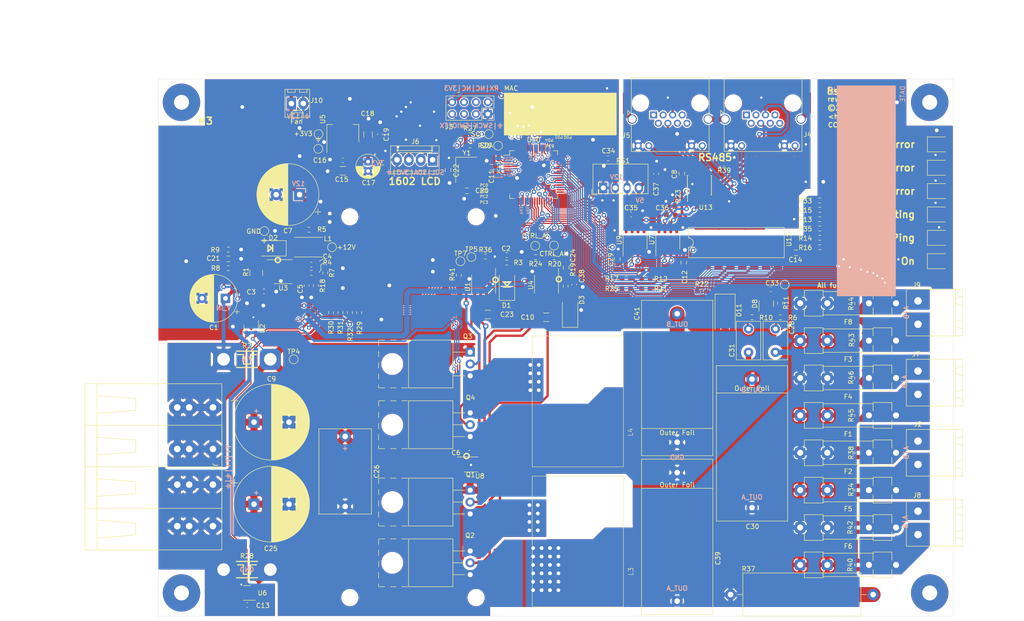
<source format=kicad_pcb>
(kicad_pcb (version 20230517) (generator pcbnew)

  (general
    (thickness 1.6)
  )

  (paper "A4")
  (layers
    (0 "F.Cu" signal)
    (31 "B.Cu" signal)
    (32 "B.Adhes" user "B.Adhesive")
    (33 "F.Adhes" user "F.Adhesive")
    (34 "B.Paste" user)
    (35 "F.Paste" user)
    (36 "B.SilkS" user "B.Silkscreen")
    (37 "F.SilkS" user "F.Silkscreen")
    (38 "B.Mask" user)
    (39 "F.Mask" user)
    (40 "Dwgs.User" user "User.Drawings")
    (41 "Cmts.User" user "User.Comments")
    (42 "Eco1.User" user "User.Eco1")
    (43 "Eco2.User" user "User.Eco2")
    (44 "Edge.Cuts" user)
    (45 "Margin" user)
    (46 "B.CrtYd" user "B.Courtyard")
    (47 "F.CrtYd" user "F.Courtyard")
    (48 "B.Fab" user)
    (49 "F.Fab" user)
  )

  (setup
    (stackup
      (layer "F.SilkS" (type "Top Silk Screen"))
      (layer "F.Paste" (type "Top Solder Paste"))
      (layer "F.Mask" (type "Top Solder Mask") (thickness 0.01))
      (layer "F.Cu" (type "copper") (thickness 0.035))
      (layer "dielectric 1" (type "core") (thickness 1.51) (material "FR4") (epsilon_r 4.5) (loss_tangent 0.02))
      (layer "B.Cu" (type "copper") (thickness 0.035))
      (layer "B.Mask" (type "Bottom Solder Mask") (thickness 0.01))
      (layer "B.Paste" (type "Bottom Solder Paste"))
      (layer "B.SilkS" (type "Bottom Silk Screen"))
      (copper_finish "None")
      (dielectric_constraints no)
    )
    (pad_to_mask_clearance 0.051)
    (solder_mask_min_width 0.25)
    (grid_origin 349.7 9.1)
    (pcbplotparams
      (layerselection 0x00011fc_ffffffff)
      (plot_on_all_layers_selection 0x0000000_00000000)
      (disableapertmacros false)
      (usegerberextensions false)
      (usegerberattributes false)
      (usegerberadvancedattributes false)
      (creategerberjobfile false)
      (dashed_line_dash_ratio 12.000000)
      (dashed_line_gap_ratio 3.000000)
      (svgprecision 4)
      (plotframeref false)
      (viasonmask false)
      (mode 1)
      (useauxorigin false)
      (hpglpennumber 1)
      (hpglpenspeed 20)
      (hpglpendiameter 15.000000)
      (pdf_front_fp_property_popups true)
      (pdf_back_fp_property_popups true)
      (dxfpolygonmode true)
      (dxfimperialunits true)
      (dxfusepcbnewfont true)
      (psnegative false)
      (psa4output false)
      (plotreference true)
      (plotvalue true)
      (plotinvisibletext false)
      (sketchpadsonfab false)
      (subtractmaskfromsilk false)
      (outputformat 1)
      (mirror false)
      (drillshape 0)
      (scaleselection 1)
      (outputdirectory "gerber")
    )
  )

  (net 0 "")
  (net 1 "GND")
  (net 2 "Net-(U10-PA3)")
  (net 3 "+3V3")
  (net 4 "/VIN_MON")
  (net 5 "Net-(D2-K)")
  (net 6 "Net-(U3-FB)")
  (net 7 "/OUT_A")
  (net 8 "/OUT_B")
  (net 9 "/VIN")
  (net 10 "/GND_MEAS")
  (net 11 "/DRV1")
  (net 12 "/DRV2")
  (net 13 "/DRV3")
  (net 14 "/DRV4")
  (net 15 "/SWCLK")
  (net 16 "/SWDIO")
  (net 17 "+5VD")
  (net 18 "/RX485_A")
  (net 19 "/RS485_B")
  (net 20 "GND2")
  (net 21 "/SDA")
  (net 22 "/SCL")
  (net 23 "Net-(D8-A1)")
  (net 24 "/PULSE_RX")
  (net 25 "Net-(D8-A2)")
  (net 26 "unconnected-(J4-Pad1)")
  (net 27 "unconnected-(J4-Pad2)")
  (net 28 "Net-(D11-K)")
  (net 29 "/RJL4")
  (net 30 "/RJL3")
  (net 31 "/Q0")
  (net 32 "Net-(D1-A)")
  (net 33 "/SLED1")
  (net 34 "/SLED2")
  (net 35 "/SLED3")
  (net 36 "/SLED4")
  (net 37 "Net-(D3-A)")
  (net 38 "Net-(D4-K)")
  (net 39 "Net-(D5-K)")
  (net 40 "Net-(D6-K)")
  (net 41 "Net-(D7-K)")
  (net 42 "/XT1")
  (net 43 "/XT2")
  (net 44 "unconnected-(J5-Pad1)")
  (net 45 "unconnected-(J5-Pad2)")
  (net 46 "/GND_RS485")
  (net 47 "unconnected-(J4-Pad7)")
  (net 48 "unconnected-(J4-Pad8)")
  (net 49 "unconnected-(J5-Pad7)")
  (net 50 "Net-(C4-Pad1)")
  (net 51 "unconnected-(J5-Pad8)")
  (net 52 "+12V")
  (net 53 "Net-(U3-BS)")
  (net 54 "/ILIM")
  (net 55 "/RJL2")
  (net 56 "/RJL1")
  (net 57 "/RS485_DE_ISO")
  (net 58 "/PAD")
  (net 59 "/VB2")
  (net 60 "/VB1")
  (net 61 "/MON_H")
  (net 62 "/MON_L")
  (net 63 "/RS485_RX")
  (net 64 "/RS485_DE")
  (net 65 "unconnected-(J3-Pin_4-Pad4)")
  (net 66 "unconnected-(J3-Pin_6-Pad6)")
  (net 67 "/RS485_RX_ISO")
  (net 68 "Net-(U10-PD0)")
  (net 69 "/VISO_SENSE")
  (net 70 "/RS485_TX")
  (net 71 "/RS485_TX_ISO")
  (net 72 "Net-(U10-PD1)")
  (net 73 "Net-(U10-PD2)")
  (net 74 "Net-(U10-PD3)")
  (net 75 "Net-(U10-PD4)")
  (net 76 "Net-(U10-PD5)")
  (net 77 "Net-(U10-PD6)")
  (net 78 "Net-(U10-PC0)")
  (net 79 "Net-(U10-PC1)")
  (net 80 "Net-(U10-PC2)")
  (net 81 "Net-(U10-PC3)")
  (net 82 "/MON_FAULT_CURRENT")
  (net 83 "/MON_L_ADC")
  (net 84 "/MON_H_ADC")
  (net 85 "Net-(U10-PC9)")
  (net 86 "/RJL1D")
  (net 87 "/RJL2D")
  (net 88 "/RJL3D")
  (net 89 "Net-(U10-PC11)")
  (net 90 "Net-(U10-PC12)")
  (net 91 "Net-(U10-PC13)")
  (net 92 "Net-(U10-PC14{slash}OSC32_IN)")
  (net 93 "Net-(U10-PC15{slash}OSC32_OUT)")
  (net 94 "Net-(U10-PB5)")
  (net 95 "Net-(U10-PA5)")
  (net 96 "Net-(U10-VREF+)")
  (net 97 "/RJL4D")
  (net 98 "Net-(U10-VBAT)")
  (net 99 "/DBG_TX")
  (net 100 "/DBG_RX")
  (net 101 "Net-(R12-Pad1)")
  (net 102 "Net-(R17-Pad1)")
  (net 103 "Net-(R21-Pad1)")
  (net 104 "Net-(R25-Pad1)")
  (net 105 "unconnected-(U3-EN-Pad6)")
  (net 106 "unconnected-(U3-POK-Pad7)")
  (net 107 "Net-(D9-K)")
  (net 108 "Net-(D10-K)")
  (net 109 "/SLED6")
  (net 110 "/SLED5")
  (net 111 "/VIN_INPUT")
  (net 112 "/Q1")
  (net 113 "/DRV_B")
  (net 114 "/DRV_A")
  (net 115 "unconnected-(J4-Pad3)")
  (net 116 "unconnected-(J4-Pad6)")
  (net 117 "unconnected-(J5-Pad3)")
  (net 118 "unconnected-(J5-Pad6)")
  (net 119 "/CTRL_AH")
  (net 120 "/CTRL_AL")
  (net 121 "/CTRL_BH")
  (net 122 "/CTRL_BL")
  (net 123 "unconnected-(U8-Alert-Pad3)")
  (net 124 "unconnected-(U10-NRST-Pad12)")
  (net 125 "/Q2")
  (net 126 "/Q3")
  (net 127 "/Q4")
  (net 128 "/Q5")
  (net 129 "/Q6")
  (net 130 "/Q7")
  (net 131 "/FM1")
  (net 132 "/FM0")
  (net 133 "/FM5")
  (net 134 "/FM4")
  (net 135 "/FM7")
  (net 136 "/FM6")
  (net 137 "/FM3")
  (net 138 "/FM2")

  (footprint "Resistor_SMD:R_0603_1608Metric_Pad0.98x0.95mm_HandSolder" (layer "F.Cu") (at 121.4 49.1))

  (footprint "Connectors_Molex:Molex_KK-6410-02_02x2.54mm_Straight" (layer "F.Cu") (at 83.2 42.35))

  (footprint "Connector_RJ:RJ45_Amphenol_RJHSE538X" (layer "F.Cu") (at 180.5 44.8))

  (footprint "Resistor_SMD:R_0603_1608Metric_Pad0.98x0.95mm_HandSolder" (layer "F.Cu") (at 196.2 71.1))

  (footprint "Capacitors_SMD:C_0603_HandSoldering" (layer "F.Cu") (at 167.1 76.4 90))

  (footprint "Capacitors_SMD:C_0603_HandSoldering" (layer "F.Cu") (at 120.7 61.05 180))

  (footprint "Capacitors_SMD:C_0603_HandSoldering" (layer "F.Cu") (at 116.7 56.6 90))

  (footprint "Capacitors_SMD:C_0603_HandSoldering" (layer "F.Cu") (at 141.95 77.45 90))

  (footprint "Capacitors_SMD:C_0603_HandSoldering" (layer "F.Cu") (at 152.9 75.65 90))

  (footprint "Connectors_Molex:Molex_KK-6410-04_04x2.54mm_Straight" (layer "F.Cu") (at 113.4 54.4 180))

  (footprint "Resistor_SMD:R_0603_1608Metric_Pad0.98x0.95mm_HandSolder" (layer "F.Cu") (at 165.3 65.3 90))

  (footprint "Resistor_SMD:R_0603_1608Metric_Pad0.98x0.95mm_HandSolder" (layer "F.Cu") (at 121.4 51.3))

  (footprint "Crystal:Crystal_SMD_3225-4Pin_3.2x2.5mm_HandSoldering" (layer "F.Cu") (at 120.6 56.55 -90))

  (footprint "MountingHole:MountingHole_3.2mm_M3" (layer "F.Cu") (at 59.7 42.1))

  (footprint "MountingHole:MountingHole_3.2mm_M3" (layer "F.Cu") (at 219.7 42.1))

  (footprint "MountingHole:MountingHole_3.2mm_M3" (layer "F.Cu") (at 59.7 147.1))

  (footprint "MountingHole:MountingHole_3.2mm_M3" (layer "F.Cu") (at 219.7 147.1))

  (footprint "Capacitors_SMD:C_0603_HandSoldering" (layer "F.Cu") (at 69.7 75.6))

  (footprint "Resistor_SMD:R_0603_1608Metric_Pad0.98x0.95mm_HandSolder" (layer "F.Cu") (at 196.2 65.1))

  (footprint "Connector_RJ:RJ45_Amphenol_RJHSE538X" (layer "F.Cu") (at 160.65 44.8))

  (footprint "Resistor_SMD:R_0603_1608Metric_Pad0.98x0.95mm_HandSolder" (layer "F.Cu") (at 135.425 75.25 180))

  (footprint "Resistor_SMD:R_0603_1608Metric_Pad1.05x0.95mm_HandSolder" (layer "F.Cu") (at 175.75 55.25 180))

  (footprint "Package_SO:SOIC-8_3.9x4.9mm_P1.27mm" (layer "F.Cu") (at 170.45 59.85 90))

  (footprint "Capacitors_SMD:C_0603_HandSoldering" (layer "F.Cu") (at 166.7 57.35 90))

  (footprint "TestPoint:TestPoint_Pad_D1.5mm" (layer "F.Cu") (at 89 48.9))

  (footprint "TestPoint:TestPoint_Pad_D1.5mm" (layer "F.Cu") (at 135.35 72.8))

  (footprint "TestPoint:TestPoint_Pad_D1.5mm" (layer "F.Cu") (at 125.4 48.9 90))

  (footprint "TestPoint:TestPoint_Pad_D1.5mm" (layer "F.Cu") (at 127.4 51.4 90))

  (footprint "TestPoint:TestPoint_Pad_D1.5mm" (layer "F.Cu") (at 77.4 69.65))

  (footprint "TestPoint:TestPoint_Pad_D1.5mm" (layer "F.Cu") (at 88.95 52.05))

  (footprint "Capacitor_SMD:C_1206_3216Metric_Pad1.42x1.75mm_HandSolder" (layer "F.Cu") (at 125.2 87.5 180))

  (footprint "Resistor_SMD:R_0603_1608Metric_Pad0.98x0.95mm_HandSolder" (layer "F.Cu") (at 196.2 67.1))

  (footprint "Resistor_SMD:R_0603_1608Metric_Pad0.98x0.95mm_HandSolder" (layer "F.Cu") (at 196.2 73.1))

  (footprint "Capacitors_SMD:C_0603_HandSoldering" (layer "F.Cu") (at 126 56 180))

  (footprint "Resistor_SMD:R_0603_1608Metric_Pad0.98x0.95mm_HandSolder" (layer "F.Cu") (at 69.7 73.6 180))

  (footprint "Capacitors_SMD:C_0603_HandSoldering" (layer "F.Cu") (at 191.1 74.3))

  (footprint "Capacitor_THT:CP_Radial_D10.0mm_P5.00mm" (layer "F.Cu") (at 69.1 84.05 180))

  (footprint "Capacitor_SMD:C_0603_1608Metric_Pad1.05x0.95mm_HandSolder" (layer "F.Cu") (at 77.35 82.55))

  (footprint "Capacitor_SMD:C_0603_1608Metric_Pad1.05x0.95mm_HandSolder" (layer "F.Cu") (at 87.45 76.85 180))

  (footprint "Capacitor_SMD:C_0603_1608Metric_Pad1.05x0.95mm_HandSolder" (layer "F.Cu") (at 86.45 81.35 -90))

  (footprint "Capacitor_THT:CP_Radial_D13.0mm_P5.00mm" (layer "F.Cu")
    (tstamp 00000000-0000-0000-0000-00005e8d1051)
    (at 84.95 61.85 180)
    (descr "CP, Radial series, Radial, pin pitch=5.00mm, , diameter=13mm, Electrolytic Capacitor")
    (tags "CP Radial series Radial pin pitch 5.00mm  diameter 13mm Electrolytic Capacitor")
    (property "LCSC" "C59339")
    (property "Mfg" "CapXon")
    (property "PN" "63YXF220MFFCT810X20")
    (property "Sheetfile" "driver.kicad_sch")
    (property "Sheetname" "")
    (path "/00000000-0000-0000-0000-00005edd5d4e")
    (attr through_hole)
    (fp_text reference "C7" (at 2.5 -7.75) (layer "F.SilkS") (tstamp 85be39c5-e5af-4061-b793-a753441f68a9)
      (effects (font (size 1 1) (thickness 0.15)))
    )
    (fp_text value "2200uF/25V/2A" (at 2.5 7.75) (layer "F.Fab") (tstamp 72a3f341-c25c-4f04-8126-aca266158260)
      (effects (font (size 1 1) (thickness 0.15)))
    )
    (fp_line (start 9.101 -0.475) (end 9.101 0.475)
      (stroke (width 0.12) (type solid)) (layer "F.SilkS") (tstamp acf7e086-1e0f-4e7a-9ab3-475a22760028))
    (fp_line (start 9.061 -0.85) (end 9.061 0.85)
      (stroke (width 0.12) (type solid)) (layer "F.SilkS") (tstamp 60421c1b-eef8-44ce-be10-4ab39995f529))
    (fp_line (start 9.021 -1.107) (end 9.021 1.107)
      (stroke (width 0.12) (type solid)) (layer "F.SilkS") (tstamp d6f68eae-5f75-4b95-9c8c-8968a1846032))
    (fp_line (start 8.981 -1.315) (end 8.981 1.315)
      (stroke (width 0.12) (type solid)) (layer "F.SilkS") (tstamp 7e48f2c6-dcb6-413f-b883-e36118da2ad5))
    (fp_line (start 8.941 -1.494) (end 8.941 1.494)
      (stroke (width 0.12) (type solid)) (layer "F.SilkS") (tstamp a60630df-4bee-45cf-9721-adf60d13bf24))
    (fp_line (start 8.901 -1.653) (end 8.901 1.653)
      (stroke (width 0.12) (type solid)) (layer "F.SilkS") (tstamp 3ef24e2c-6c0f-4ae2-a791-8214e074b36f))
    (fp_line (start 8.861 -1.798) (end 8.861 1.798)
      (stroke (width 0.12) (type solid)) (layer "F.SilkS") (tstamp 73079d4b-e8c6-4e56-a8de-5056c9f43817))
    (fp_line (start 8.821 -1.931) (end 8.821 1.931)
      (stroke (width 0.12) (type solid)) (layer "F.SilkS") (tstamp 12349522-40b2-4407-bb8b-f163e0bdc3db))
    (fp_line (start 8.781 -2.055) (end 8.781 2.055)
      (stroke (width 0.12) (type solid)) (layer "F.SilkS") (tstamp 59f55c1b-b0c1-4569-a1e6-e770f130853f))
    (fp_line (start 8.741 -2.171) (end 8.741 2.171)
      (stroke (width 0.12) (type solid)) (layer "F.SilkS") (tstamp 655fa3dd-bd90-42f7-9b43-3cdc8a6d84d7))
    (fp_line (start 8.701 -2.281) (end 8.701 2.281)
      (stroke (width 0.12) (type solid)) (layer "F.SilkS") (tstamp d60211d5-9e74-4f2a-a299-67a744f9403d))
    (fp_line (start 8.661 -2.385) (end 8.661 2.385)
      (stroke (width 0.12) (type solid)) (layer "F.SilkS") (tstamp c3541135-99b3-4b5d-8355-41a94bc8bc5c))
    (fp_line (start 8.621 -2.484) (end 8.621 2.484)
      (stroke (width 0.12) (type solid)) (layer "F.SilkS") (tstamp eaf24fe6-fde0-469b-93fc-3b06c66710b6))
    (fp_line (start 8.581 -2.579) (end 8.581 2.579)
      (stroke (width 0.12) (type solid)) (layer "F.SilkS") (tstamp b414d886-aad2-4e24-9746-98e275f0613e))
    (fp_line (start 8.541 -2.67) (end 8.541 2.67)
      (stroke (width 0.12) (type solid)) (layer "F.SilkS") (tstamp 9f861e73-e10a-4c4c-9330-23244725ec28))
    (fp_line (start 8.501 -2.758) (end 8.501 2.758)
      (stroke (width 0.12) (type solid)) (layer "F.SilkS") (tstamp dfc4ae1e-b623-4226-84eb-826f87d4a08e))
    (fp_line (start 8.461 -2.842) (end 8.461 2.842)
      (stroke (width 0.12) (type solid)) (layer "F.SilkS") (tstamp 66289028-c3c2-46ab-88df-8857ace83b4a))
    (fp_line (start 8.421 -2.923) (end 8.421 2.923)
      (stroke (width 0.12) (type solid)) (layer "F.SilkS") (tstamp ce431cfe-f811-49ac-ac97-a0924bd29581))
    (fp_line (start 8.381 -3.002) (end 8.381 3.002)
      (stroke (width 0.12) (type solid)) (layer "F.SilkS") (tstamp 6a86631c-298f-4194-b5c8-b0380d50e622))
    (fp_line (start 8.341 -3.078) (end 8.341 3.078)
      (stroke (width 0.12) (type solid)) (layer "F.SilkS") (tstamp 6d578ae9-0227-45d1-a644-13996610bc50))
    (fp_line (start 8.301 -3.152) (end 8.301 3.152)
      (stroke (width 0.12) (type solid)) (layer "F.SilkS") (tstamp a9b721e9-df10-4742-85c9-a36eefd5e8a5))
    (fp_line (start 8.261 -3.223) (end 8.261 3.223)
      (stroke (width 0.12) (type solid)) (layer "F.SilkS") (tstamp b7903d1f-d7c0-4ce3-b32e-a63b16cbbfce))
    (fp_line (start 8.221 -3.293) (end 8.221 3.293)
      (stroke (width 0.12) (type solid)) (layer "F.SilkS") (tstamp 28f47d99-7e58-424f-a74d-4ca7f6979b46))
    (fp_line (start 8.181 -3.361) (end 8.181 3.361)
      (stroke (width 0.12) (type solid)) (layer "F.SilkS") (tstamp 199cdef9-c62a-406c-83aa-030a2c2a7e80))
    (fp_line (start 8.141 -3.427) (end 8.141 3.427)
      (stroke (width 0.12) (type solid)) (layer "F.SilkS") (tstamp 57f996a8-9655-43c3-a374-a192b7478b6c))
    (fp_line (start 8.101 -3.491) (end 8.101 3.491)
      (stroke (width 0.12) (type solid)) (layer "F.SilkS") (tstamp b568a65e-80c4-48b0-930f-aa9d48255dc6))
    (fp_line (start 8.061 -3.554) (end 8.061 3.554)
      (stroke (width 0.12) (type solid)) (layer "F.SilkS") (tstamp 1a06f0bc-1869-4f49-a9fb-a016275ce901))
    (fp_line (start 8.021 -3.615) (end 8.021 3.615)
      (stroke (width 0.12) (type solid)) (layer "F.SilkS") (tstamp 539b7f03-390d-4ab6-9647-6a8780da649e))
    (fp_line (start 7.981 -3.675) (end 7.981 3.675)
      (stroke (width 0.12) (type solid)) (layer "F.SilkS") (tstamp edf7c908-4faa-4d30-bb11-80ff45221b18))
    (fp_line (start 7.941 -3.733) (end 7.941 3.733)
      (stroke (width 0.12) (type solid)) (layer "F.SilkS") (tstamp 72d81978-95d9-41a9-ad23-392eef8e603c))
    (fp_line (start 7.901 -3.79) (end 7.901 3.79)
      (stroke (width 0.12) (type solid)) (layer "F.SilkS") (tstamp 2d4c8b12-a0fb-4e5d-af02-c4a83317ec03))
    (fp_line (start 7.861 -3.846) (end 7.861 3.846)
      (stroke (width 0.12) (type solid)) (layer "F.SilkS") (tstamp 26b7552c-f2f6-4ed0-a0f8-7d36090dd2af))
    (fp_line (start 7.821 -3.9) (end 7.821 3.9)
      (stroke (width 0.12) (type solid)) (layer "F.SilkS") (tstamp 4d3a8a5d-266b-428c-9860-bbd3fd84c4a7))
    (fp_line (start 7.781 -3.954) (end 7.781 3.954)
      (stroke (width 0.12) (type solid)) (layer "F.SilkS") (tstamp f49536f9-a984-4b3c-952b-6762f75c070e))
    (fp_line (start 7.741 -4.006) (end 7.741 4.006)
      (stroke (width 0.12) (type solid)) (layer "F.SilkS") (tstamp 5b0e6f90-6236-4c34-9721-206fc11fae37))
    (fp_line (start 7.701 -4.057) (end 7.701 4.057)
      (stroke (width 0.12) (type solid)) (layer "F.SilkS") (tstamp 90b4dd07-1ac3-43e0-806b-5b36b1f89618))
    (fp_line (start 7.661 -4.108) (end 7.661 4.108)
      (stroke (width 0.12) (type solid)) (layer "F.SilkS") (tstamp c72c2e4c-24d7-48e8-a005-38727d59f544))
    (fp_line (start 7.621 -4.157) (end 7.621 4.157)
      (stroke (width 0.12) (type solid)) (layer "F.SilkS") (tstamp 27b0d094-1911-4613-81c8-a2744b88064c))
    (fp_line (start 7.581 -4.205) (end 7.581 4.205)
      (stroke (width 0.12) (type solid)) (layer "F.SilkS") (tstamp 02f8d93b-85b8-4459-87fd-c92a99f4d015))
    (fp_line (start 7.541 -4.253) (end 7.541 4.253)
      (stroke (width 0.12) (type solid)) (layer "F.SilkS") (tstamp f38c6e57-ff54-40b0-bdea-b51a7cfd6d98))
    (fp_line (start 7.501 -4.299) (end 7.501 4.299)
      (stroke (width 0.12) (type solid)) (layer "F.SilkS") (tstamp 237f2d14-27d5-48c9-9541-353aade9284d))
    (fp_line (start 7.461 -4.345) (end 7.461 4.345)
      (stroke (width 0.12) (type solid)) (layer "F.SilkS") (tstamp 9574573d-d2b3-4fdb-a67e-5fada96a8674))
    (fp_line (start 7.421 -4.39) (end 7.421 4.39)
      (stroke (width 0.12) (type solid)) (layer "F.SilkS") (tstamp d6bf7e0d-bc59-4fb7-8433-5720366696f9))
    (fp_line (start 7.381 -4.434) (end 7.381 4.434)
      (stroke (width 0.12) (type solid)) (layer "F.SilkS") (tstamp e38e2698-8add-4d21-ae59-3d2aa5655202))
    (fp_line (start 7.341 -4.477) (end 7.341 4.477)
      (stroke (width 0.12) (type solid)) (layer "F.SilkS") (tstamp 36748f50-b3b1-42bd-9954-ba6eff1c2b32))
    (fp_line (start 7.301 -4.519) (end 7.301 4.519)
      (stroke (width 0.12) (type solid)) (layer "F.SilkS") (tstamp ec362cd7-c86f-4d00-953c-05e8ca018bdd))
    (fp_line (start 7.261 -4.561) (end 7.261 4.561)
      (stroke (width 0.12) (type solid)) (layer "F.SilkS") (tstamp 10f688a7-4e22-4f91-a5ea-8431761c8811))
    (fp_line (start 7.221 -4.602) (end 7.221 4.602)
      (stroke (width 0.12) (type solid)) (layer "F.SilkS") (tstamp 2c6c793a-b0aa-4ff8-8d92-b5b33f99e61d))
    (fp_line (start 7.181 -4.643) (end 7.181 4.643)
      (stroke (width 0.12) (type solid)) (layer "F.SilkS") (tstamp e8337da4-90b1-4847-9830-f4889385a5c5))
    (fp_line (start 7.141 -4.682) (end 7.141 4.682)
      (stroke (width 0.12) (type solid)) (layer "F.SilkS") (tstamp 88f44319-0210-4508-863b-a143fda332d9))
    (fp_line (start 7.101 -4.721) (end 7.101 4.721)
      (stroke (width 0.12) (type solid)) (layer "F.SilkS") (tstamp 6cb7ccff-bf95-40d7-8691-713863ef9757))
    (fp_line (start 7.061 -4.76) (end 7.061 4.76)
      (stroke (width 0.12) (type solid)) (layer "F.SilkS") (tstamp 0eb44137-876f-49cd-b557-ef3d9cbf40d2))
    (fp_line (start 7.021 -4.797) (end 7.021 4.797)
      (stroke (width 0.12) (type solid)) (layer "F.SilkS") (tstamp f6c21ba6-0496-43ad-9a40-dcf09af0133e))
    (fp_line (start 6.981 -4.834) (end 6.981 4.834)
      (stroke (width 0.12) (type solid)) (layer "F.SilkS") (tstamp 12d1d52a-aa32-4273-a7c0-cd7a8c5bb963))
    (fp_line (start 6.941 -4.871) (end 6.941 4.871)
      (stroke (width 0.12) (type solid)) (layer "F.SilkS") (tstamp 05edec55-2f74-419d-a927-5be2f5cf86a9))
    (fp_line (start 6.901 -4.907) (end 6.901 4.907)
      (stroke (width 0.12) (type solid)) (layer "F.SilkS") (tstamp d0300347-424a-4940-a45c-8fe9482b98c7))
    (fp_line (start 6.861 -4.942) (end 6.861 4.942)
      (stroke (width 0.12) (type solid)) (layer "F.SilkS") (tstamp 2ccaafc8-308d-4e02-868a-6f28e92875ed))
    (fp_line (start 6.821 -4.977) (end 6.821 4.977)
      (stroke (width 0.12) (type solid)) (layer "F.SilkS") (tstamp d593e808-5416-4319-b49f-20078e510968))
    (fp_line (start 6.781 -5.011) (end 6.781 5.011)
      (stroke (width 0.12) (type solid)) (layer "F.SilkS") (tstamp 6c8396c2-fa2d-4db2-9b95-73d1a9c87d56))
    (fp_line (start 6.741 -5.044) (end 6.741 5.044)
      (stroke (width 0.12) (type solid)) (layer "F.SilkS") (tstamp cd1a265a-c522-4493-a6df-97bfd12b3233))
    (fp_line (start 6.701 -5.078) (end 6.701 5.078)
      (stroke (width 0.12) (type solid)) (layer "F.SilkS") (tstamp 834dbefc-7c42-4b1a-9597-89b40562cb44))
    (fp_line (start 6.661 -5.11) (end 6.661 5.11)
      (stroke (width 0.12) (type solid)) (layer "F.SilkS") (tstamp 8768a24f-a5d5-493f-9d58-e12833bc0377))
    (fp_line (start 6.621 -5.142) (end 6.621 5.142)
      (stroke (width 0.12) (type solid)) (layer "F.SilkS") (tstamp 9cd53d9b-0ac4-4bf8-8dab-71a604a1158b))
    (fp_line (start 6.581 -5.174) (end 6.581 5.174)
      (stroke (width 0.12) (type solid)) (layer "F.SilkS") (tstamp 6021dcd4-2ce4-4bbc-8919-7ef6c1c1d3cf))
    (fp_line (start 6.541 -5.205) (end 6.541 5.205)
      (stroke (width 0.12) (type solid)) (layer "F.SilkS") (tstamp 446576fe-4683-4512-b171-719cf958c41c))
    (fp_line (start 6.501 -5.235) (end 6.501 5.235)
      (stroke (width 0.12) (type solid)) (layer "F.SilkS") (tstamp ba17d176-ecee-45ce-99d8-52655d43c6e9))
    (fp_line (start 6.461 -5.265) (end 6.461 5.265)
      (stroke (width 0.12) (type solid)) (layer "F.SilkS") (tstamp 957fd759-686e-4ab9-81a9-b9e20e58bba6))
    (fp_line (start 6.421 1.44) (end 6.421 5.295)
      (stroke (width 0.12) (type solid)) (layer "F.SilkS") (tstamp 9fc9b701-a631-4ce7-a1f8-655ea12efd5a))
    (fp_line (start 6.421 -5.295) (end 6.421 -1.44)
      (stroke (width 0.12) (type solid)) (layer "F.SilkS") (tstamp 6bd3a4ef-d6e9-4d93-b3e6-757a751315e5))
    (fp_line (start 6.381 1.44) (end 6.381 5.324)
      (stroke (width 0.12) (type solid)) (layer "F.SilkS") (tstamp eb197782-8681-4757-a311-693bcba4d58b))
    (fp_line (start 6.381 -5.324) (end 6.381 -1.44)
      (stroke (width 0.12) (type solid)) (layer "F.SilkS") (tstamp f210e287-2077-4f22-b267-eefa4477d643))
    (fp_line (start 6.341 1.44) (end 6.341 5.353)
      (stroke (width 0.12) (type solid)) (layer "F.SilkS") (tstamp 615d7d3c-f161-464f-9e12-372d014c0689))
    (fp_line (start 6.341 -5.353) (end 6.341 -1.44)
      (stroke (width 0.12) (type solid)) (layer "F.SilkS") (tstamp e191b5b5-915d-40cc-b800-61c1f6da19bb))
    (fp_line (start 6.301 1.44) (end 6.301 5.381)
      (stroke (width 0.12) (type solid)) (layer "F.SilkS") (tstamp 09d9cffe-6b12-4507-b204-3e1152fd2eac))
    (fp_line (start 6.301 -5.381) (end 6.301 -1.44)
      (stroke (width 0.12) (type solid)) (layer "F.SilkS") (tstamp 6889d6f4-0691-455d-b0f4-f9c3a796bc35))
    (fp_line (start 6.261 1.44) (end 6.261 5.409)
      (stroke (width 0.12) (type solid)) (layer "F.SilkS") (tstamp ce9a7a6c-6465-4f62-8b8f-91ee5497c5c8))
    (fp_line (start 6.261 -5.409) (end 6.261 -1.44)
      (stroke (width 0.12) (type solid)) (layer "F.SilkS") (tstamp e329ee10-91a2-4f5c-a05a-9af8476007e5))
    (fp_line (start 6.221 1.44) (end 6.221 5.436)
      (stroke (width 0.12) (type solid)) (layer "F.SilkS") (tstamp a53a2cde-fcdb-4c4e-9c98-4ac9d5e85a48))
    (fp_line (start 6.221 -5.436) (end 6.221 -1.44)
      (stroke (width 0.12) (type solid)) (layer "F.SilkS") (tstamp 42e5486a-af83-42b9-afe4-6296e4523b4e))
    (fp_line (start 6.181 1.44) (end 6.181 5.463)
      (stroke (width 0.12) (type solid)) (layer "F.SilkS") (tstamp 3b24fe25-de81-479d-a518-80312b02bf32))
    (fp_line (start 6.181 -5.463) (end 6.181 -1.44)
      (stroke (width 0.12) (type solid)) (layer "F.SilkS") (tstamp 3f48f4bb-c856-478a-98c3-f18ba1780eab))
    (fp_line (start 6.141 1.44) (end 6.141 5.49)
      (stroke (width 0.12) (type solid)) (layer "F.SilkS") (tstamp 68259887-48ff-455f-ac26-1a4bd4af3068))
    (fp_line (start 6.141 -5.49) (end 6.141 -1.44)
      (stroke (width 0.12) (type solid)) (layer "F.SilkS") (tstamp 55fa7ef2-6142-4976-aee2-43aa20eb77d8))
    (fp_line (start 6.101 1.44) (end 6.101 5.516)
      (stroke (width 0.12) (type solid)) (layer "F.SilkS") (tstamp d00a1d1e-f588-4d08-9e5c-492b0d01df93))
    (fp_line (start 6.101 -5.516) (end 6.101 -1.44)
      (stroke (width 0.12) (type solid)) (layer "F.SilkS") (tstamp 046e4676-293c-437b-a7e7-9cb6355b50d8))
    (fp_line (start 6.061 1.44) (end 6.061 5.542)
      (stroke (width 0.12) (type solid)) (layer "F.SilkS") (tstamp 238ae253-7a8e-4458-b248-f3f2730834a2))
    (fp_line (start 6.061 -5.542) (end 6.061 -1.44)
      (stroke (width 0.12) (type solid)) (layer "F.SilkS") (tstamp b98d5ea3-90ea-4841-af94-70a7acadb6fe))
    (fp_line (start 6.021 1.44) (end 6.021 5.567)
      (stroke (width 0.12) (type solid)) (layer "F.SilkS") (tstamp 537bdbc8-8e43-4de0-bea5-6a48ed04ac25))
    (fp_line (start 6.021 -5.567) (end 6.021 -1.44)
      (stroke (width 0.12) (type solid)) (layer "F.SilkS") (tstamp e3175da6-5320-4c47-8f15-58cb15da019e))
    (fp_line (start 5.981 1.44) (end 5.981 5.592)
      (stroke (width 0.12) (type solid)) (layer "F.SilkS") (tstamp 82c7eef9-5efe-496b-bdc9-3f25b05a27a4))
    (fp_line (start 5.981 -5.592) (end 5.981 -1.44)
      (stroke (width 0.12) (type solid)) (layer "F.SilkS") (tstamp 53dbb3db-8e5d-461b-85f9-0c4030783b29))
    (fp_line (start 5.941 1.44) (end 5.941 5.617)
      (stroke (width 0.12) (type solid)) (layer "F.SilkS") (tstamp c463e1e2-b901-4cd1-8f24-bdd20ef473f6))
    (fp_line (start 5.941 -5.617) (end 5.941 -1.44)
      (stroke (width 0.12) (type solid)) (layer "F.SilkS") (tstamp 30f5a480-98f7-479c-b544-04f7dea68a33))
    (fp_line (start 5.901 1.44) (end 5.901 5.641)
      (stroke (width 0.12) (type solid)) (layer "F.SilkS") (tstamp 1ec46f8d-6d94-4fe1-acae-952c25a416db))
    (fp_line (start 5.901 -5.641) (end 5.901 -1.44)
      (stroke (width 0.12) (type solid)) (layer "F.SilkS") (tstamp f3e3e882-a5b9-4be8-955f-5157fedf22e6))
    (fp_line (start 5.861 1.44) (end 5.861 5.664)
      (stroke (width 0.12) (type solid)) (layer "F.SilkS") (tstamp 01bb16bc-1680-4aae-bd26-b9769b75ef3c))
    (fp_line (start 5.861 -5.664) (end 5.861 -1.44)
      (stroke (width 0.12) (type solid)) (layer "F.SilkS") (tstamp 58321e54-7231-47ac-9f35-2d86db9658ed))
    (fp_line (start 5.821 1.44) (end 5.821 5.688)
      (stroke (width 0.12) (type solid)) (layer "F.SilkS") (tstamp 9d6e5bec-165e-4ff0-986b-257b8bb78c2e))
    (fp_line (start 5.821 -5.688) (end 5.821 -1.44)
      (stroke (width 0.12) (type solid)) (layer "F.SilkS") (tstamp 146cb771-cdf3-4336-af9d-167cfdf68a60))
    (fp_line (start 5.781 1.44) (end 5.781 5.711)
      (stroke (width 0.12) (type solid)) (layer "F.SilkS") (tstamp cd06cfa2-1ee7-4a56-996f-f86c280868c8))
    (fp_line (start 5.781 -5.711) (end 5.781 -1.44)
      (stroke (width 0.12) (type solid)) (layer "F.SilkS") (tstamp a8337c92-f089-4cc4-9f83-68a92393eca6))
    (fp_line (start 5.741 1.44) (end 5.741 5.733)
      (stroke (width 0.12) (type solid)) (layer "F.SilkS") (tstamp 3dc6a263-8e55-4ef8-8fe4-27ad664d88c2))
    (fp_line (start 5.741 -5.733) (end 5.741 -1.44)
      (stroke (width 0.12) (type solid)) (layer "F.SilkS") (tstamp 4b673dfd-3598-4222-9605-97f88d0ae148))
    (fp_line (start 5.701 1.44) (end 5.701 5.756)
      (stroke (width 0.12) (type solid)) (layer "F.SilkS") (tstamp 565001d3-f89b-49f8-a41e-d9937820e5b9))
    (fp_line (start 5.701 -5.756) (end 5.701 -1.44)
      (stroke (width 0.12) (type solid)) (layer "F.SilkS") (tstamp de31964b-6f6d-46ee-963f-02c44c4c55fe))
    (fp_line (start 5.661 1.44) (end 5.661 5.778)
      (stroke (width 0.12) (type solid)) (layer "F.SilkS") (tstamp 2e527d26-166a-4566-8a98-f6486b21951f))
    (fp_line (start 5.661 -5.778) (end 5.661 -1.44)
      (stroke (width 0.12) (type solid)) (layer "F.SilkS") (tstamp 72ad76e0-30ab-4d9d-878c-da574a3ac6cd))
    (fp_line (start 5.621 1.44) (end 5.621 5.799)
      (stroke (width 0.12) (type solid)) (layer "F.SilkS") (tstamp dd811c44-8dbf-4250-ab49-682e80e1aa68))
    (fp_line (start 5.621 -5.799) (end 5.621 -1.44)
      (stroke (width 0.12) (type solid)) (layer "F.SilkS") (tstamp e399fea0-5fa1-4279-9cf5-c5a823a102c3))
    (fp_line (start 5.581 1.44) (end 5.581 5.82)
      (stroke (width 0.12) (type solid)) (layer "F.SilkS") (tstamp 08ec7acc-81ab-4062-90d4-95ccd7293c4d))
    (fp_line (start 5.581 -5.82) (end 5.581 -1.44)
      (stroke (width 0.12) (type solid)) (layer "F.SilkS") (tstamp 75c0783f-9fb6-4fe0-bc16-439ef2754fdd))
    (fp_line (start 5.541 1.44) (end 5.541 5.841)
      (stroke (width 0.12) (type solid)) (layer "F.SilkS") (tstamp 8c75351e-29a9-4458-a624-30965ecbfc92))
    (fp_line (start 5.541 -5.841) (end 5.541 -1.44)
      (stroke (width 0.12) (type solid)) (layer "F.SilkS") (tstamp 43030e34-dcd8-465d-84a3-0c1c36111d8e))
    (fp_line (start 5.501 1.44) (end 5.501 5.862)
      (stroke (width 0.12) (type solid)) (layer "F.SilkS") (tstamp 2a0aff5f-217a-421e-8f45-83bdaf6d8802))
    (fp_line (start 5.501 -5.862) (end 5.501 -1.44)
      (stroke (width 0.12) (type solid)) (layer "F.SilkS") (tstamp 5006cfe3-165c-4036-89e1-6d115b2ac679))
    (fp_line (start 5.461 1.44) (end 5.461 5.882)
      (stroke (width 0.12) (type solid)) (layer "F.SilkS") (tstamp 73a05cb2-a6ed-4704-a5fd-7ee01c50442b))
    (fp_line (start 5.461 -5.882) (end 5.461 -1.44)
      (stroke (width 0.12) (type solid)) (layer "F.SilkS") (tstamp e42ce2ee-60b3-4046-ae67-025cc1beb7bb))
    (fp_line (start 5.421 1.44) (end 5.421 5.902)
      (stroke (width 0.12) (type solid)) (layer "F.SilkS") (tstamp 129212e2-aca1-45ad-ab28-2759b391d8fe))
    (fp_line (start 5.421 -5.902) (end 5.421 -1.44)
      (stroke (width 0.12) (type solid)) (layer "F.SilkS") (tstamp a2f3a89a-99f9-49c5-b643-95004f7c1a5d))
    (fp_line (start 5.381 1.44) (end 5.381 5.921)
      (stroke (width 0.12) (type solid)) (layer "F.SilkS") (tstamp 27b021f0-11fa-4560-bde6-0b9cb43d98bf))
    (fp_line (start 5.381 -5.921) (end 5.381 -1.44)
      (stroke (width 0.12) (type solid)) (layer "F.SilkS") (tstamp c1997391-2d72-4a4a-aaac-8cef77d01e88))
    (fp_line (start 5.341 1.44) (end 5.341 5.94)
      (stroke (width 0.12) (type solid)) (layer "F.SilkS") (tstamp 41e65d10-323d-4b12-ab21-7b5c500e9c80))
    (fp_line (start 5.341 -5.94) (end 5.341 -1.44)
      (stroke (width 0.12) (type solid)) (layer "F.SilkS") (tstamp aa02d850-7773-4e07-bc65-395876085d24))
    (fp_line (start 5.301 1.44) (end 5.301 5.959)
      (stroke (width 0.12) (type solid)) (layer "F.SilkS") (tstamp 22973b6c-174d-4562-8516-66c3b6b3e990))
    (fp_line (start 5.301 -5.959) (end 5.301 -1.44)
      (stroke (width 0.12) (type solid)) (layer "F.SilkS") (tstamp 0f2e7cc8-30a7-464b-ace2-7f42ee615e9d))
    (fp_line (start 5.261 1.44) (end 5.261 5.978)
      (stroke (width 0.12) (type solid)) (layer "F.SilkS") (tstamp 4b636cde-5751-4d82-a834-84661b8bf255))
    (fp_line (start 5.261 -5.978) (end 5.261 -1.44)
      (stroke (width 0.12) (type solid)) (layer "F.SilkS") (tstamp 7d532aab-6456-42ba-b6c6-b532b6f83cca))
    (fp_line (start 5.221 1.44) (end 5.221 5.996)
      (stroke (width 0.12) (type solid)) (layer "F.SilkS") (tstamp 46675cf3-d58b-4021-a254-5d9393a9f0ac))
    (fp_line (start 5.221 -5.996) (end 5.221 -1.44)
      (stroke (width 0.12) (type solid)) (layer "F.SilkS") (tstamp 249c68ca-cbd2-435b-97d8-280fcda4c83b))
    (fp_line (start 5.181 1.44) (end 5.181 6.014)
      (stroke (width 0.12) (type solid)) (layer "F.SilkS") (tstamp 9a90b5f8-9ab8-4aa3-b8f2-7a1ea1d37576))
    (fp_line (start 5.181 -6.014) (end 5.181 -1.44)
      (stroke (width 0.12) (type solid)) (layer "F.SilkS") (tstamp 18d0337b-0d76-4d41-a251-58468065fb85))
    (fp_line (start 5.141 1.44) (end 5.141 6.031)
      (stroke (width 0.12) (type solid)) (layer "F.SilkS") (tstamp 778a4b3e-6c21-4b2c-a169-3d2d03930233))
    (fp_line (start 5.141 -6.031) (end 5.141 -1.44)
      (stroke (width 0.12) (type solid)) (layer "F.SilkS") (tstamp d1693124-268a-4185-9432-080f9497022d))
    (fp_line (start 5.101 1.44) (end 5.101 6.049)
      (stroke (width 0.12) (type solid)) (layer "F.SilkS") (tstamp d670482d-2d32-4ce0-8bbf-ddcd955e00e1))
    (fp_line (start 5.101 -6.049) (end 5.101 -1.44)
      (stroke (width 0.12) (type solid)) (layer "F.SilkS") (tstamp eaa36794-0633-4ebe-bee2-09fd104cd7c0))
    (fp_line (start 5.061 1.44) (end 5.061 6.065)
      (stroke (width 0.12) (type solid)) (layer "F.SilkS") (tstamp f2d90fcc-2084-43ce-952c-674ae9783e1d))
    (fp_line (start 5.061 -6.065) (end 5.061 -1.44)
      (stroke (width 0.12) (type solid)) (layer "F.SilkS") (tstamp 1db33203-5ff9-4c30-9d1f-442067cf2a75))
    (fp_line (start 5.021 1.44) (end 5.021 6.082)
      (stroke (width 0.12) (type solid)) (layer "F.SilkS") (tstamp 94d3b725-1f40-4e44-a7b1-fd5333ff34c6))
    (fp_line (start 5.021 -6.082) (end 5.021 -1.44)
      (stroke (width 0.12) (type solid)) (layer "F.SilkS") (tstamp cff1ccd7-0968-49f5-83c2-fe6da5a14a86))
    (fp_line (start 4.981 1.44) (end 4.981 6.098)
      (stroke (width 0.12) (type solid)) (layer "F.SilkS") (tstamp 32738c9a-52bf-433e-890c-e003082ef4cf))
    (fp_line (start 4.981 -6.098) (end 4.981 -1.44)
      (stroke (width 0.12) (type solid)) (layer "F.SilkS") (tstamp 910c1209-03ea-410f-9160-fcd6db917bf7))
    (fp_line (start 4.941 1.44) (end 4.941 6.114)
      (stroke (width 0.12) (type solid)) (layer "F.SilkS") (tstamp 7afbcf24-fae0-4c06-9e59-607a89c868d2))
    (fp_line (start 4.941 -6.114) (end 4.941 -1.44)
      (stroke (width 0.12) (type solid)) (layer "F.SilkS") (tstamp 7854bc62-c125-4838-aa61-9f2a568b757a))
    (fp_line (start 4.901 1.44) (end 4.901 6.13)
      (stroke (width 0.12) (type solid)) (layer "F.SilkS") (tstamp 34f732d2-d048-4f0b-959b-e34f3087325d))
    (fp_line (start 4.901 -6.13) (end 4.901 -1.44)
      (stroke (width 0.12) (type solid)) (layer "F.SilkS") (tstamp 3aae867b-f244-409d-b0b2-e64e513e7f2f))
    (fp_line (start 4.861 1.44) (end 4.861 6.146)
      (stroke (width 0.12) (type solid)) (layer "F.SilkS") (tstamp 4c0066c6-d32e-4d2c-9369-55ee52bb365a))
    (fp_line (start 4.861 -6.146) (end 4.861 -1.44)
      (stroke (width 0.12) (type solid)) (layer "F.SilkS") (tstamp 7a01e22d-3bc9-4302-ba84-005666ad9932))
    (fp_line (start 4.821 1.44) (end 4.821 6.161)
      (stroke (width 0.12) (type solid)) (layer "F.SilkS") (tstamp 2cf5d5f2-686c-444a-b96b-7b2cef22f7c6))
    (fp_line (start 4.821 -6.161) (end 4.821 -1.44)
      (stroke (width 0.12) (type solid)) (layer "F.SilkS") (tstamp bbb11a62-e0bd-48a8-afb8-2b6e342c15b9))
    (fp_line (start 4.781 1.44) (end 4.781 6.175)
      (stroke (width 0.12) (type solid)) (layer "F.SilkS") (tstamp 03c4a917-51f2-45cc-8b35-f89adba5ea7f))
    (fp_line (start 4.781 -6.175) (end 4.781 -1.44)
      (stroke (width 0.12) (type solid)) (layer "F.SilkS") (tstamp d6504668-1e03-4164-a75d-13c72af7f000))
    (fp_line (start 4.741 1.44) (end 4.741 6.19)
      (stroke (width 0.12) (type solid)) (layer "F.SilkS") (tstamp 96cc6c17-94bb-4caa-8945-84a39a963775))
    (fp_line (start 4.741 -6.19) (end 4.741 -1.44)
      (stroke (width 0.12) (type solid)) (layer "F.SilkS") (tstamp 70077463-3a8c-41ef-a16d-0eda766fb373))
    (fp_line (start 4.701 1.44) (end 4.701 6.204)
      (stroke (width 0.12) (type solid)) (layer "F.SilkS") (tstamp 04a91ca6-c857-4b40-bd2a-b9ba8ceb9ca7))
    (fp_line (start 4.701 -6.204) (end 4.701 -1.44)
      (stroke (width 0.12) (type solid)) (layer "F.SilkS") (tstamp 8036f11f-bdb6-4b06-a71c-72b3a79c3568))
    (fp_line (start 4.661 1.44) (end 4.661 6.218)
      (stroke (width 0.12) (type solid)) (layer "F.SilkS") (tstamp fd8adb8c-cd5f-4859-bf98-3fc53da32ac3))
    (fp_line (start 4.661 -6.218) (end 4.661 -1.44)
      (stroke (width 0.12) (type solid)) (layer "F.SilkS") (tstamp 81fc1720-0bd2-44b6-b293-a513eaa4dc67))
    (fp_line (start 4.621 1.44) (end 4.621 6.232)
      (stroke (width 0.12) (type solid)) (layer "F.SilkS") (tstamp a9ca6bb9-9f2c-4399-9d23-195435890144))
    (fp_line (start 4.621 -6.232) (end 4.621 -1.44)
      (stroke (width 0.12) (type solid)) (layer "F.SilkS") (tstamp e3f03b91-2d07-420e-939e-f09888427287))
    (fp_line (start 4.581 1.44) (end 4.581 6.245)
      (stroke (width 0.12) (type solid)) (layer "F.SilkS") (tstamp b82fdb5c-d849-460c-a40b-ee1d96b3e345))
    (fp_line (start 4.581 -6.245) (end 4.581 -1.44)
      (stroke (width 0.12) (type solid)) (layer "F.SilkS") (tstamp 518e139a-ea5e-43a6-a17e-14e4a63ce732))
    (fp_line (start 4.541 1.44) (end 4.541 6.258)
      (stroke (width 0.12) (type solid)) (layer "F.SilkS") (tstamp 7e7b5abf-33c5-4dc6-808c-f65bd2bf784b))
    (fp_line (start 4.541 -6.258) (end 4.541 -1.44)
      (stroke (width 0.12) (type solid)) (layer "F.SilkS") (tstamp 9ead0ecc-4769-4034-a882-69d1bcaaba44))
    (fp_line (start 4.501 1.44) (end 4.501 6.271)
      (stroke (width 0.12) (type solid)) (layer "F.SilkS") (tstamp 81a24e80-0958-4a56-9374-44501c8646de))
    (fp_line (start 4.501 -6.271) (end 4.501 -1.44)
      (stroke (width 0.12) (type solid)) (layer "F.SilkS") (tstamp 2a2bcd37-c137-4806-ab27-25211351a413))
    (fp_line (start 4.461 1.44) (end 4.461 6.284)
      (stroke (width 0.12) (type solid)) (layer "F.SilkS") (tstamp e6c93b18-a6da-4026-a42d-209ec4fefd9a))
    (fp_line (start 4.461 -6.284) (end 4.461 -1.44)
      (stroke (width 0.12) (type solid)) (layer "F.SilkS") (tstamp 06ece7c0-7560-475c-9e4e-d570b2fee53f))
    (fp_line (start 4.421 1.44) (end 4.421 6.296)
      (stroke (width 0.12) (type solid)) (layer "F.SilkS") (tstamp 56ba59ff-fc95-431a-8a75-4fbd0c522e6d))
    (fp_line (start 4.421 -6.296) (end 4.421 -1.44)
      (stroke (width 0.12) (type solid)) (layer "F.SilkS") (tstamp e4e00055-9b91-4ad4-b27c-88b1c8473e48))
    (fp_line (start 4.381 1.44) (end 4.381 6.308)
      (stroke (width 0.12) (type solid)) (layer "F.SilkS") (tstamp 1516aded-4b8e-424b-a0ba-81fc99652bd2))
    (fp_line (start 4.381 -6.308) (end 4.381 -1.44)
      (stroke (width 0.12) (type solid)) (layer "F.SilkS") (tstamp a5991f08-d0bd-4174-98eb-0a8a8354d086))
    (fp_line (start 4.341 1.44) (end 4.341 6.32)
      (stroke (width 0.12) (type solid)) (layer "F.SilkS") (tstamp 674aa138-2439-490f-8b08-58daa4c13260))
    (fp_line (start 4.341 -6.32) (end 4.341 -1.44)
      (stroke (width 0.12) (type solid)) (layer "F.SilkS") (tstamp 2afb4784-68e2-4d0a-b5bd-0472fb893d86))
    (fp_line (start 4.301 1.44) (end 4.301 6.331)
      (stroke (width 0.12) (type solid)) (layer "F.SilkS") (tstamp 5ef97eaa-8bc8-4dda-b056-ee02b7b9f30e))
    (fp_line (start 4.301 -6.331) (end 4.301 -1.44)
      (stroke (width 0.12) (type solid)) (layer "F.SilkS") (tstamp 496ca275-8aba-4ac4-b92f-fd6b988786e7))
    (fp_line (start 4.261 1.44) (end 4.261 6.342)
      (stroke (width 0.12) (type solid)) (layer "F.SilkS") (tstamp bf4c919e-08ac-4b70-be44-b68c5a0c486a))
    (fp_line (start 4.261 -6.342) (end 4.261 -1.44)
      (stroke (width 0.12) (type solid)) (layer "F.SilkS") (tstamp e095763b-8348-47a8-b73a-f017ab6adc43))
    (fp_line (start 4.221 1.44) (end 4.221 6.353)
      (stroke (width 0.12) (type solid)) (layer "F.SilkS") (tstamp a578962e-3202-4bdf-9806-7e59721a4aa6))
    (fp_line (start 4.221 -6.353) (end 4.221 -1.44)
      (stroke (width 0.12) (type solid)) (layer "F.SilkS") (tstamp c3b5b620-5c6e-4b70-bf14-c98aea55614e))
    (fp_line (start 4.181 1.44) (end 4.181 6.364)
      (stroke (width 0.12) (type solid)) (layer "F.SilkS") (tstamp 39b85c7e-af51-4e95-906f-5a9c29e2abdb))
    (fp_line (start 4.181 -6.364) (end 4.181 -1.44)
      (stroke (width 0.12) (type solid)) (layer "F.SilkS") (tstamp b5e65a5e-9112-487b-a23b-ce40c38d9555))
    (fp_line (start 4.141 1.44) (end 4.141 6.374)
      (stroke (width 0.12) (type solid)) (layer "F.SilkS") (tstamp c139bd7f-2f44-4bd6-847f-96be81ae689e))
    (fp_line (start 4.141 -6.374) (end 4.141 -1.44)
      (stroke (width 0.12) (type solid)) (layer "F.SilkS") (tstamp 00ef3a98-119e-4787-8800-31cdc18396b2))
    (fp_line (start 4.101 1.44) (end 4.101 6.384)
      (stroke (width 0.12) (type solid)) (layer "F.SilkS") (tstamp 3c160b20-e1ea-4289-8355-d3ea61a1e87a))
    (fp_line (start 4.101 -6.384) (end 4.101 -1.44)
      (stroke (width 0.12) (type solid)) (layer "F.SilkS") (tstamp 9b240ccb-7569-426a-be51-cf598b7b4b93))
    (fp_line (start 4.061 1.44) (end 4.061 6.394)
      (stroke (width 0.12) (type solid)) (layer "F.SilkS") (tstamp 49c91738-ded2-4806-8b60-53710ee92dfb))
    (fp_line (start 4.061 -6.394) (end 4.061 -1.44)
      (stroke (width 0.12) (type solid)) (layer "F.SilkS") (tstamp 400e8da9-3221-45f8-8d03-2a5a0a85e85a))
    (fp_line (start 4.021 1.44) (end 4.021 6.404)
      (stroke (width 0.12) (type solid)) (layer "F.SilkS") (tstamp 44339838-5e1c-4553-9df7-9eb886940133))
    (fp_line (start 4.021 -6.404) (end 4.021 -1.44)
      (stroke (width 0.12) (type solid)) (layer "F.SilkS") (tstamp 6b3e9e6f-06b0-45c2-a40c-f75105ae2522))
    (fp_line (start 3.981 1.44) (end 3.981 6.413)
      (stroke (width 0.12) (type solid)) (layer "F.SilkS") (tstamp d9fecf43-845f-489f-a04a-ae3cb5dd0d39))
    (fp_line (start 3.981 -6.413) (end 3.981 -1.44)
      (stroke (width 0.12) (type solid)) (layer "F.SilkS") (tstamp 9fcc7031-6ed3-4775-98ae-a5ab497d4b4b))
    (fp_line (start 3.941 1.44) (end 3.941 6.422)
      (stroke (width 0.12) (type solid)) (layer "F.SilkS") (tstamp 6df67b55-481e-42de-9ff5-6dc9be22a947))
    (fp_line (start 3.941 -6.422) (end 3.941 -1.44)
      (stroke (width 0.12) (type solid)) (layer "F.SilkS") (tstamp 954628d4-6dae-4a83-a23b-54c0f3daf491))
    (fp_line (start 3.901 1.44) (end 3.901 6.431)
      (stroke (width 0.12) (type solid)) (layer "F.SilkS") (tstamp 48f000d4-6edc-4509-bb11-06d9abc9195c))
    (fp_line (start 3.901 -6.431) (end 3.901 -1.44)
      (stroke (width 0.12) (type solid)) (layer "F.SilkS") (tstamp f01f9704-e8f7-4235-8268-d1e29d90d96c))
    (fp_line (start 3.861 1.44) (end 3.861 6.439)
      (stroke (width 0.12) (type solid)) (layer "F.SilkS") (tstamp fc133540-b0c8-4d16-a98b-9cc62b194608))
    (fp_line (start 3.861 -6.439) (end 3.861 -1.44)
      (stroke (width 0.12) (type solid)) (layer "F.SilkS") (tstamp 7b99bff7-4abe-44be-ac02-577b75035350))
    (fp_line (start 3.821 1.44) (end 3.821 6.448)
      (stroke (width 0.12) (type solid)) (layer "F.SilkS") (tstamp 4f5d6c9c-2845-4690-a244-3f4e93ae7243))
    (fp_line (start 3.821 -6.448) (end 3.821 -1.44)
      (stroke (width 0.12) (type solid)) (layer "F.SilkS") (tstamp f677a4ab-8b69-4bdf-9856-a23846164b54))
    (fp_line (start 3.781 1.44) (end 3.781 6.456)
      (stroke (width 0.12) (type solid)) (layer "F.SilkS") (tstamp ab57b86e-85a3-4868-8e9b-1521701c0fdc))
    (fp_line (start 3.781 -6.456) (end 3.781 -1.44)
      (stroke (width 0.12) (type solid)) (layer "F.SilkS") (tstamp ab4e0811-a780-4ebf-a42d-1157399e31a9))
    (fp_line (start 3.741 1.44) (end 3.741 6.463)
      (stroke (width 0.12) (type solid)) (layer "F.SilkS") (tstamp 2ea73adc-639a-4fbd-b9b2-e0eb854a1c59))
    (fp_line (start 3.741 -6.463) (end 3.741 -1.44)
      (stroke (width 0.12) (type solid)) (layer "F.SilkS") (tstamp 9a1eefee-0fc6-4e29-852e-813decd4d49d))
    (fp_line (start 3.701 1.44) (end 3.701 6.471)
      (stroke (width 0.12) (type solid)) (layer "F.SilkS") (tstamp 6e4db38f-7154-4dbc-94f4-70298b5fae7d))
    (fp_line (start 3.701 -6.471) (end 3.701 -1.44)
      (stroke (width 0.12) (type solid)) (layer "F.SilkS") (tstamp ccc87cdf-7382-4c23-b100-47be66b78f5c))
    (fp_line (start 3.661 1.44) (end 3.661 6.478)
      (stroke (width 0.12) (type solid)) (layer "F.SilkS") (tstamp 4cac7a6a-a091-4110-b7d1-66fc4fc0d9db))
    (fp_line (start 3.661 -6.478) (end 3.661 -1.44)
      (stroke (width 0.12) (type solid)) (layer "F.SilkS") (tstamp 69995d7d-0c48-42d1-9900-78b15549d2c2))
    (fp_line (start 3.621 1.44) (end 3.621 6.485)
      (stroke (width 0.12) (type solid)) (layer "F.SilkS") (tstamp 59033bff-4453-4e1d-9d5c-1e67f4c4f074))
    (fp_line (start 3.621 -6.485) (end 3.621 -1.44)
      (stroke (width 0.12) (type solid)) (layer "F.SilkS") (tstamp 77313468-986e-4a5c-8bb8-c052be8054f1))
    (fp_line (start 3.581 1.44) (end 3.581 6.492)
      (stroke (width 0.12) (type solid)) (layer "F.SilkS") (tstamp ebfc524c-c071-45ef-80e5-bf0f0aed8193))
    (fp_line (start 3.581 -6.492) (end 3.581 -1.44)
      (stroke (width 0.12) (type solid)) (layer "F.SilkS") (tstamp a2dcf499-8bd0-4a12-b766-724d5facc6d7))
    (fp_line (start 3.541 -6.498) (end 3.541 6.498)
      (stroke (width 0.12) (type solid)) (layer "F.SilkS") (tstamp 3b9905c5-caba-4815-a327-d1c1da8e95dc))
    (fp_line (start 3.501 -6.505) (end 3.501 6.505)
      (stroke (width 0.12) (type solid)) (layer "F.SilkS") (tstamp d018c33b-9ea3-4de8-9fd1-54538b9dab5e))
    (fp_line (start 3.461 -6.511) (end 3.461 6.511)
      (stroke (width 0.12) (type solid)) (layer "F.SilkS") (tstamp 758732c9-8f15-4a3d-a3b9-3b05b983189e))
    (fp_line (start 3.421 -6.516) (end 3.421 6.516)
      (stroke (width 0.12) (type solid)) (layer "F.SilkS") (tstamp fa0421a8-ba91-433a-b721-6ac705cf41ce))
    (fp_line (start 3.381 -6.522) (end 3.381 6.522)
      (stroke (width 0.12) (type solid)) (layer "F.SilkS") (tstamp 690cf8bc-69b8-4eda-8c8e-66a09a835929))
    (fp_line (start 3.341 -6.527) (end 3.341 6.527)
      (stroke (width 0.12) (type solid)) (layer "F.SilkS") (tstamp 898d4567-8b47-4c76-b38b-48bee7c343ee))
    (fp_line (start 3.301 -6.532) (end 3.301 6.532)
      (stroke (width 0.12) (type solid)) (layer "F.SilkS") (tstamp 90a24594-e6cc-4b4e-a082-65a4ea47ca76))
    (fp_line (start 3.261 -6.537) (end 3.261 6.537)
      (stroke (width 0.12) (type solid)) (layer "F.SilkS") (tstamp a9b539c2-7ae0-4286-bd93-a5164320110b))
    (fp_line (start 3.221 -6.541) (end 3.221 6.541)
      (stroke (width 0.12) (type solid)) (layer "F.SilkS") (tstamp 9c0adf7e-0219-48c2-8765-4f772d6487af))
    (fp_line (start 3.18 -6.545) (end 3.18 6.545)
      (stroke (width 0.12) (type solid)) (layer "F.SilkS") (tstamp 811c9ecf-2a51-4d17-ab59-340876a94383))
    (fp_line (start 3.14 -6.549) (end 3.14 6.549)
      (stroke (width 0.12) (type solid)) (layer "F.SilkS") (tstamp a9a609cf-3c0c-4bb3-a22c-7805995003e7))
    (fp_line (start 3.1 -6.553) (end 3.1 6.553)
      (stroke (width 0.12) (type solid)) (layer "F.SilkS") (tstamp e50d4cd0-7053-4949-9351-fe3a2456c16f))
    (fp_line (start 3.06 -6.557) (end 3.06 6.557)
      (stroke (width 0.12) (type solid)) (layer "F.SilkS") (tstamp 073d5149-c938-4342-9f1a-0996f3a1c7c9))
    (fp_line (start 3.02 -6.56) (end 3.02 6.56)
      (stroke (width 0.12) (type solid)) (layer "F.SilkS") (tstamp 93513d79-fa43-4d6e-8f50-f409baf2a6d8))
    (fp_line (start 2.98 -6.563) (end 2.98 6.563)
      (stroke (width 0.12) (type solid)) (layer "F.SilkS") (tstamp 0d454960-0c06-44bf-b793-3c5e41fe48dd))
    (fp_line (start 2.94 -6.566) (end 2.94 6.566)
      (stroke (width 0.12) (type solid)) (layer "F.SilkS") (tstamp 1d60b7e4-247b-4b54-bc3e-49e4b969987f))
    (fp_line (start 2.9 -6.568) (end 2.9 6.568)
      (stroke (width 0.12) (type solid)) (layer "F.SilkS") (tstamp 2738ec1c-dca2-4293-a4d3-3dc0edd9d358))
    (fp_line (start 2.86 -6.571) (end 2.86 6.571)
      (stroke (width 0.12) (type solid)) (layer "F.SilkS") (tstamp a167bf7f-acb0-46c6-8829-f039bdf91174))
    (fp_line (start 2.82 -6.573) (end 2.82 6.573)
      (stroke (width 0.12) (type solid)) (layer "F.SilkS") (tstamp 06dbb12a-9bce-491e-bcd0-2f1c405a1c45))
    (fp_line (start 2.78 -6.575) (end 2.78 6.575)
      (stroke (width 0.12) (type solid)) (layer "F.SilkS") (tstamp 4ae92ca3-83ce-4a4a-9b62-4e80af8a9d5e))
    (fp_line (start 2.74 -6.576) (end 2.74 6.576)
      (stroke (width 0.12) (type solid)) (layer "F.SilkS") (tstamp 6c6725b3-f089-4f16-ab4c-6d1b8160d829))
    (fp_line (start 2.7 -6.577) (end 2.7 6.577)
      (stroke (width 0.12) (type solid)) (layer "F.SilkS") (tstamp 4ca04009-42b5-4e81-bc07-461eb15b11ba))
    (fp_line (start 2.66 -6.579) (end 2.66 6.579)
      (stroke (width 0.12) (type solid)) (layer "F.SilkS") (tstamp bbb22190-2036-4af9-b424-6c70901d56e5))
    (fp_line (start 2.62 -6.579) (end 2.62 6.579)
      (stroke (width 0.12) (type solid)) (layer "F.SilkS") (tstamp 0f3c9517-13e3-4a6d-9568-c9739bd5aa6c))
    (fp_line (start 2.58 -6.58) (end 2.58 6.58)
      (stroke (width 0.12) (type solid)) (layer "F.SilkS") (tstamp ba8e3c77-f5d6-4eb4-af70-a54082774d4b))
    (fp_line (start 2.54 -6.58) (end 2.54 6.58)
      (stroke (width 0.12) (type solid)) (layer "F.SilkS") (tstamp fd41faf8-b6ed-458c-ad31-d96b73f85779))
    (fp_line (start 2.5 -6.58) (end 2.5 6.58)
      (stroke (width 0.12) (type solid)) (layer "F.SilkS") (tstamp 91c2014a-89bc-4577-ae4d-367e1673fe82))
    (fp_line (start -3.934569 -4.365) (end -3.934569 -3.065)
      (stroke (width 0.12) (type solid)) (layer "F.SilkS") (tstamp 8f358f17-c06b-4aa7-a103-4d9f958caad1))
    (fp_line (start -4.584569 -3.715) (end -3.284569 -3.715)
      (stroke (width 0.12) (type solid)) (layer "F.SilkS") (tstamp 89d355dc-1ed9-4912-841a-2d74bf116181))
    (fp_circle (center 2.5 0) (end 9.12 0)
      (stroke (width 0.12) (type solid)) (fill none) (layer "F.SilkS") (tstamp 695c13cd-e012-4acc-bf81-09754f575adf))
    (fp_circle (center 2.5 0) (end 9.25 0)
      (stroke (width 0.05) (type solid)) (fill none) (layer "F.CrtYd") (tstamp 99d09297-47b2-4293-92f8-f0838f2ae9de))
    (fp_line (start -2.432015 -3.4975) (end -2.432015 -2.1975)
      (stroke (width 0.1) (type solid)) (layer "F.Fab") (tstamp ef78af42-d7cf-4e0e-a9a3-3b70d4074217))
    
... [2065571 chars truncated]
</source>
